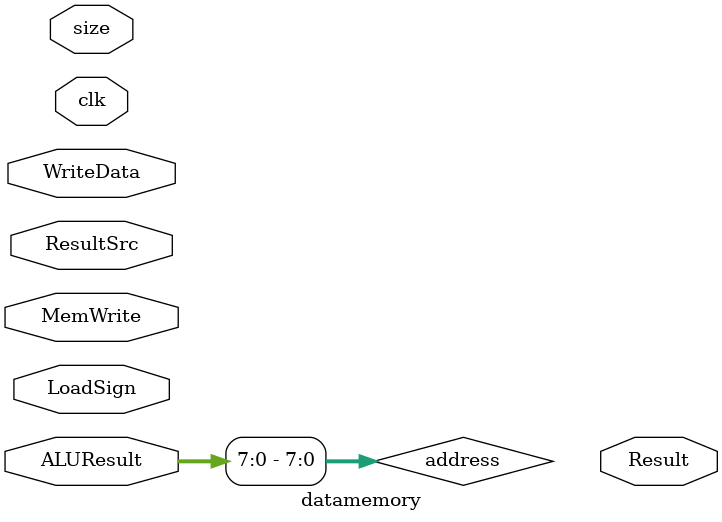
<source format=sv>
module datamemory#(
    parameter WIDTH = 32

)(
    input logic                     clk,
    input logic                     MemWrite,
    input logic                     ResultSrc,
    input logic                     LoadSign,  // differentiates between zero extension (0) and sign extension (1)
    input logic [1:0]               size,   // determines if it is byte/word/half
    input logic [WIDTH-1:0]         WriteData, //data to be written to memory for store operations
    input logic [WIDTH-1:0]         ALUResult, //memory address for read/write operators
    output logic [WIDTH-1:0]        Result
);

logic [WIDTH-1:0] ReadData;                 // 32 bits = 4 bytes
logic [7:0] memory [2**WIDTH-1:0];          // 8 bits = 1 byte
logic [7:0]       address;

//asynchronous cycle
//read operation as it automatic (clk can be ignored)

assign address = ALUResult[7:0];   //from 0 to 27 for byte addressing and to be 28 bits

always_comb begin
    case(size)
        2'b00: ReadData = {memory[address+3], memory[address+2], memory[address+1], memory[address]};    //lw and incrementing address
        2'b01: begin                                                          //lh and lhu
            case(LoadSign)                                                      
                1'b0: ReadData = {{16'b0}, memory[address+1], memory[address]};
                1'b1: ReadData = {{16{memory[address+1][7]}}, memory[address+1], memory[address]};
            endcase
        end
        2'b10: begin                                                          //lb and lbu
            case(LoadSign)
                1'b0: ReadData = {{24'b0}, memory[address][7:0]};
                1'b1: ReadData = {{24{memory[address][7]}}, memory[address]};
            endcase
        end
    endcase
end
 
//synchronous cycle
//write operation as it is posedge clk triggered
always_ff @(posedge clk) begin
    if(MemWrite) begin
        case(size)
            2'b00: begin                            //sw
                memory[address] <= WriteData[7:0];
                memory[address+1] <= WriteData[15:8];
                memory[address+2] <= WriteData[23:16];
                memory[address+3] <= WriteData[31:24];
            end               
            2'b01: begin
                case(ALUResult[1])                  //sh
                    1'b0: begin //separating lower half with 2 bytes
                        memory[address] <= WriteData[7:0];
                        memory[address+1] <= WriteData[15:8];
                    end
                    1'b1: begin //separating upper half with 2 bytes
                        memory[address+2] <= WriteData[7:0];
                        memory[address+3] <= WriteData[15:8];
                    end
                endcase 
            end            
            2'b10: begin              //sb
                memory[address] <= WriteData[7:0];      
            end                
        endcase
    end
end

endmodule

</source>
